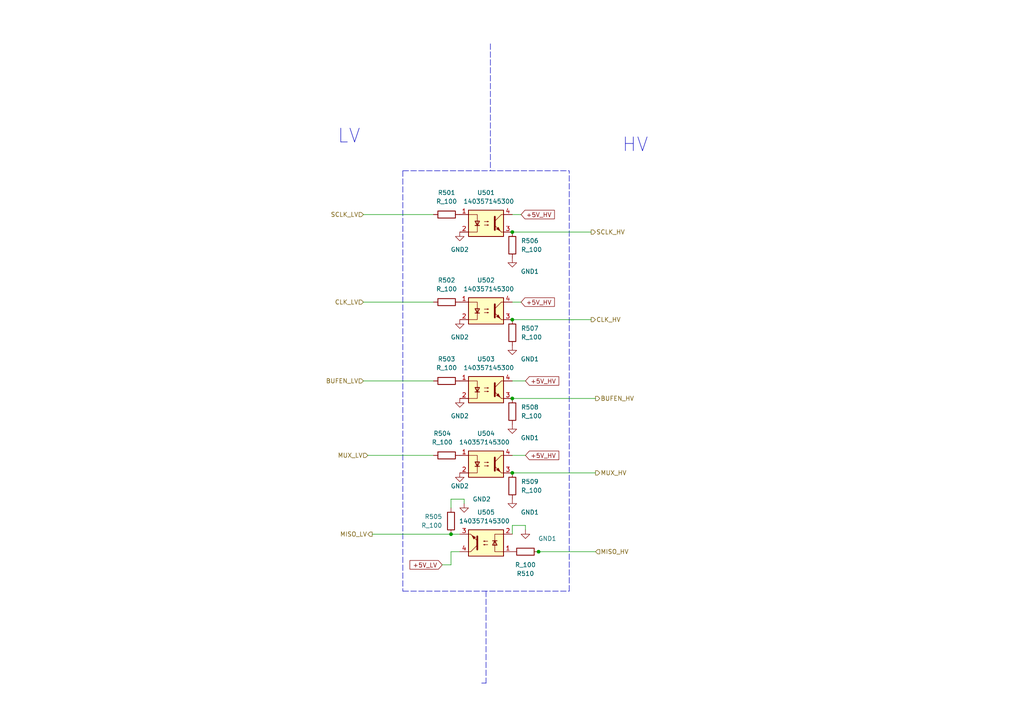
<source format=kicad_sch>
(kicad_sch (version 20211123) (generator eeschema)
  (paper "A4")
  (lib_symbols
    (symbol "GND2_1" (power) (pin_names (offset 0))
      (property "Value" "GND2_1" (at 0 -5.08 0))
      (symbol "GND2_1_0_1"
        (polyline (pts (xy 0 0) (xy 0 -1.27) (xy 1.27 -1.27) (xy 0 -2.54) (xy -1.27 -1.27) (xy 0 -1.27)))
      )
      (symbol "GND2_1_1_1"
        (pin power_in line (at 0 0 270) (length 0) hide (name "GND2") (number "1"))
      )
    )
    (symbol "OEM:140357145300 "
      (property "Reference" "U" (at -5.08 5.08 0))
      (property "Value" "140357145300 " (at 0 5.08 0))
      (symbol "140357145300 _0_1"
        (rectangle (start -5.08 3.81) (end 5.08 -3.81) (stroke (width 0.254)) (fill (type background)))
        (polyline (pts (xy -3.175 -0.635) (xy -1.905 -0.635)) (stroke (width 0.254)))
        (polyline (pts (xy 2.54 0.635) (xy 4.445 2.54)))
        (polyline (pts (xy 4.445 -2.54) (xy 2.54 -0.635)) (fill (type outline)))
        (polyline (pts (xy 4.445 -2.54) (xy 5.08 -2.54)))
        (polyline (pts (xy 4.445 2.54) (xy 5.08 2.54)))
        (polyline (pts (xy -5.08 2.54) (xy -2.54 2.54) (xy -2.54 -0.635)))
        (polyline (pts (xy -2.54 -0.635) (xy -2.54 -2.54) (xy -5.08 -2.54)))
        (polyline (pts (xy 2.54 1.905) (xy 2.54 -1.905) (xy 2.54 -1.905)) (stroke (width 0.508)))
        (polyline (pts (xy -2.54 -0.635) (xy -3.175 0.635) (xy -1.905 0.635) (xy -2.54 -0.635)) (stroke (width 0.254)))
        (polyline (pts (xy -0.508 -0.508) (xy 0.762 -0.508) (xy 0.381 -0.635) (xy 0.381 -0.381) (xy 0.762 -0.508)))
        (polyline (pts (xy -0.508 0.508) (xy 0.762 0.508) (xy 0.381 0.381) (xy 0.381 0.635) (xy 0.762 0.508)))
        (polyline (pts (xy 3.048 -1.651) (xy 3.556 -1.143) (xy 4.064 -2.159) (xy 3.048 -1.651) (xy 3.048 -1.651)) (fill (type outline)))
      )
      (symbol "140357145300 _1_1"
        (pin passive line (at -7.62 2.54 0) (length 2.54) (name "~") (number "1"))
        (pin passive line (at -7.62 -2.54 0) (length 2.54) (name "~") (number "2"))
        (pin passive line (at 7.62 -2.54 180) (length 2.54) (name "~") (number "3"))
        (pin passive line (at 7.62 2.54 180) (length 2.54) (name "~") (number "4"))
      )
    )
    (symbol "formula:R_100" (pin_numbers hide) (pin_names (offset 0))
      (property "Reference" "R" (at 2.032 0 90))
      (property "Value" "R_100" (at -2.54 0 90))
      (symbol "R_100_0_1"
        (rectangle (start -1.016 -2.54) (end 1.016 2.54) (stroke (width 0.254)))
      )
      (symbol "R_100_1_1"
        (pin passive line (at 0 3.81 270) (length 1.27) (name "~") (number "1"))
        (pin passive line (at 0 -3.81 90) (length 1.27) (name "~") (number "2"))
      )
    )
    (symbol "power:GND1" (power) (pin_names (offset 0))
      (property "Value" "GND1" (at 0 -3.81 0))
      (symbol "GND1_0_1"
        (polyline (pts (xy 0 0) (xy 0 -1.27) (xy 1.27 -1.27) (xy 0 -2.54) (xy -1.27 -1.27) (xy 0 -1.27)))
      )
      (symbol "GND1_1_1"
        (pin power_in line (at 0 0 270) (length 0) hide (name "GND1") (number "1"))
      )
    )
  )
  (junction (at 148.59 115.57))
  (junction (at 156.21 160.02))
  (junction (at 148.59 67.31))
  (junction (at 148.59 92.71))
  (junction (at 148.59 137.16))
  (junction (at 130.81 154.94))
  (wire (pts (xy 148.59 152.4) (xy 152.4 152.4)))
  (polyline (pts (xy 140.97 171.45) (xy 140.97 198.12)))
  (wire (pts (xy 130.81 163.83) (xy 130.81 160.02)))
  (wire (pts (xy 106.68 132.08) (xy 125.73 132.08)))
  (wire (pts (xy 105.41 62.23) (xy 125.73 62.23)))
  (wire (pts (xy 148.59 152.4) (xy 148.59 154.94)))
  (wire (pts (xy 172.72 160.02) (xy 156.21 160.02)))
  (polyline (pts (xy 165.1 171.45) (xy 165.1 49.53)))
  (wire (pts (xy 148.59 137.16) (xy 172.72 137.16)))
  (wire (pts (xy 130.81 147.32) (xy 130.81 144.78)))
  (wire (pts (xy 148.59 62.23) (xy 151.13 62.23)))
  (wire (pts (xy 152.4 152.4) (xy 152.4 153.67)))
  (wire (pts (xy 148.59 87.63) (xy 151.13 87.63)))
  (wire (pts (xy 134.62 144.78) (xy 134.62 146.05)))
  (polyline (pts (xy 142.24 12.7) (xy 142.24 49.53)))
  (wire (pts (xy 148.59 92.71) (xy 171.45 92.71)))
  (wire (pts (xy 130.81 144.78) (xy 134.62 144.78)))
  (wire (pts (xy 148.59 132.08) (xy 152.4 132.08)))
  (wire (pts (xy 148.59 110.49) (xy 152.4 110.49)))
  (wire (pts (xy 148.59 115.57) (xy 172.72 115.57)))
  (wire (pts (xy 156.21 160.02) (xy 154.94 160.02)))
  (wire (pts (xy 130.81 160.02) (xy 133.35 160.02)))
  (wire (pts (xy 107.95 154.94) (xy 130.81 154.94)))
  (polyline (pts (xy 116.84 49.53) (xy 116.84 171.45)))
  (wire (pts (xy 130.81 154.94) (xy 133.35 154.94)))
  (wire (pts (xy 105.41 110.49) (xy 125.73 110.49)))
  (polyline (pts (xy 116.84 171.45) (xy 165.1 171.45)))
  (wire (pts (xy 148.59 67.31) (xy 171.45 67.31)))
  (wire (pts (xy 105.41 87.63) (xy 125.73 87.63)))
  (polyline (pts (xy 139.7 198.12) (xy 140.97 198.12)))
  (polyline (pts (xy 116.84 49.53) (xy 165.1 49.53)))
  (wire (pts (xy 128.27 163.83) (xy 130.81 163.83)))
  (text "LV" (at 97.79 41.91 0) (effects (font (size 4 4)) (justify left bottom)))
  (text "HV" (at 180.34 44.45 0) (effects (font (size 4 4)) (justify left bottom)))
  (global_label "+5V_LV" (shape input) (at 128.27 163.83 180) (property "Intersheet References" "${INTERSHEET_REFS}" (effects hide)))
  (global_label "+5V_HV" (shape input) (at 151.13 62.23 0) (property "Intersheet References" "${INTERSHEET_REFS}" (effects hide)))
  (global_label "+5V_HV" (shape input) (at 151.13 87.63 0) (property "Intersheet References" "${INTERSHEET_REFS}" (effects hide)))
  (global_label "+5V_HV" (shape input) (at 152.4 132.08 0) (property "Intersheet References" "${INTERSHEET_REFS}" (effects hide)))
  (global_label "+5V_HV" (shape input) (at 152.4 110.49 0) (property "Intersheet References" "${INTERSHEET_REFS}" (effects hide)))
  (hierarchical_label "BUFEN_HV" (shape output) (at 172.72 115.57 0))
  (hierarchical_label "MISO_LV" (shape output) (at 107.95 154.94 180))
  (hierarchical_label "MUX_HV" (shape output) (at 172.72 137.16 0))
  (hierarchical_label "CLK_LV" (shape input) (at 105.41 87.63 180))
  (hierarchical_label "SCLK_LV" (shape input) (at 105.41 62.23 180))
  (hierarchical_label "MUX_LV" (shape input) (at 106.68 132.08 180))
  (hierarchical_label "BUFEN_LV" (shape input) (at 105.41 110.49 180))
  (hierarchical_label "CLK_HV" (shape output) (at 171.45 92.71 0))
  (hierarchical_label "MISO_HV" (shape input) (at 172.72 160.02 0))
  (hierarchical_label "SCLK_HV" (shape output) (at 171.45 67.31 0))
  (symbol (lib_id "formula:R_100") (at 148.59 71.12 0) (unit 1)
    (property "Reference" "R506" (at 151.13 69.8499 0) (effects (justify left)))
    (property "Value" "R_100" (at 151.13 72.3899 0) (effects (justify left)))
    (property "Footprint" "footprints:R_0603_1608Metric" (effects hide))
    (property "Datasheet" "https://www.seielect.com/Catalog/SEI-rncp.pdf" (effects hide))
    (property "MFN" "DK" (effects hide))
    (property "MPN" "RNCP0805FTD100RCT-ND" (effects hide))
    (property "PurchasingLink" "https://www.digikey.com/products/en?keywords=RNCP0805FTD100RCT-ND" (effects hide))
  )
  (symbol (lib_name "GND2_1") (lib_id "power:GND2") (at 133.35 137.16 0) (unit 1)
    (property "Reference" "#PWR?" (effects hide))
    (property "Value" "LV_GND" (at 133.35 140.97 0))
  )
  (symbol (lib_name "GND2_1") (lib_id "power:GND2") (at 133.35 67.31 0) (unit 1)
    (property "Reference" "#PWR?" (effects hide))
    (property "Value" "LV_GND" (at 133.35 72.39 0))
  )
  (symbol (lib_id "formula:R_100") (at 129.54 62.23 90) (unit 1)
    (property "Reference" "R501" (at 129.54 55.88 90))
    (property "Value" "R_100" (at 129.54 58.42 90))
    (property "Footprint" "footprints:R_0603_1608Metric" (effects hide))
    (property "Datasheet" "https://www.seielect.com/Catalog/SEI-rncp.pdf" (effects hide))
    (property "MFN" "DK" (effects hide))
    (property "MPN" "RNCP0805FTD100RCT-ND" (effects hide))
    (property "PurchasingLink" "https://www.digikey.com/products/en?keywords=RNCP0805FTD100RCT-ND" (effects hide))
  )
  (symbol (lib_id "formula:R_100") (at 148.59 140.97 0) (unit 1)
    (property "Reference" "R509" (at 151.13 139.7 0) (effects (justify left)))
    (property "Value" "R_100" (at 151.13 142.24 0) (effects (justify left)))
    (property "Footprint" "footprints:R_0603_1608Metric" (effects hide))
    (property "Datasheet" "https://www.seielect.com/Catalog/SEI-rncp.pdf" (effects hide))
    (property "MFN" "DK" (effects hide))
    (property "MPN" "RNCP0805FTD100RCT-ND" (effects hide))
    (property "PurchasingLink" "https://www.digikey.com/products/en?keywords=RNCP0805FTD100RCT-ND" (effects hide))
  )
  (symbol (lib_id "power:GND1") (at 152.4 153.67 0) (unit 1)
    (property "Reference" "#PWR?" (effects hide))
    (property "Value" "HV_GND" (at 158.75 156.21 0))
  )
  (symbol (lib_id "power:GND1") (at 148.59 144.78 0) (unit 1)
    (property "Reference" "#PWR?" (effects hide))
    (property "Value" "HV_GND" (at 153.67 148.59 0))
  )
  (symbol (lib_id "OEM:140357145300 ") (at 140.97 90.17 0) (unit 1)
    (property "Reference" "U502" (at 140.97 81.28 0))
    (property "Value" "140357145300 " (at 142.24 83.82 0))
    (property "Footprint" "footprints:140357145300" (effects hide))
    (property "Datasheet" "https://www.we-online.com/components/products/datasheet/140357145300.pdf" (effects hide))
  )
  (symbol (lib_id "formula:R_100") (at 129.54 87.63 90) (unit 1)
    (property "Reference" "R502" (at 129.54 81.28 90))
    (property "Value" "R_100" (at 129.54 83.82 90))
    (property "Footprint" "footprints:R_0603_1608Metric" (effects hide))
    (property "Datasheet" "https://www.seielect.com/Catalog/SEI-rncp.pdf" (effects hide))
    (property "MFN" "DK" (effects hide))
    (property "MPN" "RNCP0805FTD100RCT-ND" (effects hide))
    (property "PurchasingLink" "https://www.digikey.com/products/en?keywords=RNCP0805FTD100RCT-ND" (effects hide))
  )
  (symbol (lib_id "formula:R_100") (at 148.59 119.38 0) (unit 1)
    (property "Reference" "R508" (at 151.13 118.1099 0) (effects (justify left)))
    (property "Value" "R_100" (at 151.13 120.65 0) (effects (justify left)))
    (property "Footprint" "footprints:R_0603_1608Metric" (effects hide))
    (property "Datasheet" "https://www.seielect.com/Catalog/SEI-rncp.pdf" (effects hide))
    (property "MFN" "DK" (effects hide))
    (property "MPN" "RNCP0805FTD100RCT-ND" (effects hide))
    (property "PurchasingLink" "https://www.digikey.com/products/en?keywords=RNCP0805FTD100RCT-ND" (effects hide))
  )
  (symbol (lib_id "power:GND1") (at 148.59 123.19 0) (unit 1)
    (property "Reference" "#PWR?" (effects hide))
    (property "Value" "HV_GND" (at 153.67 127 0))
  )
  (symbol (lib_id "power:GND1") (at 148.59 74.93 0) (unit 1)
    (property "Reference" "#PWR?" (effects hide))
    (property "Value" "HV_GND" (at 153.67 78.74 0))
  )
  (symbol (lib_id "OEM:140357145300 ") (at 140.97 157.48 180) (unit 1)
    (property "Reference" "U505" (at 140.97 148.59 0))
    (property "Value" "140357145300 " (at 140.97 151.13 0))
    (property "Footprint" "footprints:140357145300" (effects hide))
    (property "Datasheet" "https://www.we-online.com/components/products/datasheet/140357145300.pdf" (effects hide))
  )
  (symbol (lib_id "OEM:140357145300 ") (at 140.97 134.62 0) (unit 1)
    (property "Reference" "U504" (at 140.97 125.73 0))
    (property "Value" "140357145300 " (at 140.97 128.27 0))
    (property "Footprint" "footprints:140357145300" (effects hide))
    (property "Datasheet" "https://www.we-online.com/components/products/datasheet/140357145300.pdf" (effects hide))
  )
  (symbol (lib_id "OEM:140357145300 ") (at 140.97 113.03 0) (unit 1)
    (property "Reference" "U503" (at 140.97 104.14 0))
    (property "Value" "140357145300 " (at 142.24 106.68 0))
    (property "Footprint" "footprints:140357145300" (effects hide))
    (property "Datasheet" "https://www.we-online.com/components/products/datasheet/140357145300.pdf" (effects hide))
  )
  (symbol (lib_id "formula:R_100") (at 148.59 96.52 0) (unit 1)
    (property "Reference" "R507" (at 151.13 95.2499 0) (effects (justify left)))
    (property "Value" "R_100" (at 151.13 97.7899 0) (effects (justify left)))
    (property "Footprint" "footprints:R_0603_1608Metric" (effects hide))
    (property "Datasheet" "https://www.seielect.com/Catalog/SEI-rncp.pdf" (effects hide))
    (property "MFN" "DK" (effects hide))
    (property "MPN" "RNCP0805FTD100RCT-ND" (effects hide))
    (property "PurchasingLink" "https://www.digikey.com/products/en?keywords=RNCP0805FTD100RCT-ND" (effects hide))
  )
  (symbol (lib_name "GND2_1") (lib_id "power:GND2") (at 133.35 92.71 0) (unit 1)
    (property "Reference" "#PWR?" (effects hide))
    (property "Value" "LV_GND" (at 133.35 97.79 0))
  )
  (symbol (lib_id "formula:R_100") (at 130.81 151.13 180) (unit 1)
    (property "Reference" "R505" (at 128.27 149.86 0) (effects (justify left)))
    (property "Value" "R_100" (at 128.27 152.4 0) (effects (justify left)))
    (property "Footprint" "footprints:R_0603_1608Metric" (effects hide))
    (property "Datasheet" "https://www.seielect.com/Catalog/SEI-rncp.pdf" (effects hide))
    (property "MFN" "DK" (effects hide))
    (property "MPN" "RNCP0805FTD100RCT-ND" (effects hide))
    (property "PurchasingLink" "https://www.digikey.com/products/en?keywords=RNCP0805FTD100RCT-ND" (effects hide))
  )
  (symbol (lib_id "formula:R_100") (at 152.4 160.02 270) (unit 1)
    (property "Reference" "R510" (at 152.4 166.37 90))
    (property "Value" "R_100" (at 152.4 163.83 90))
    (property "Footprint" "footprints:R_0603_1608Metric" (effects hide))
    (property "Datasheet" "https://www.seielect.com/Catalog/SEI-rncp.pdf" (effects hide))
    (property "MFN" "DK" (effects hide))
    (property "MPN" "RNCP0805FTD100RCT-ND" (effects hide))
    (property "PurchasingLink" "https://www.digikey.com/products/en?keywords=RNCP0805FTD100RCT-ND" (effects hide))
  )
  (symbol (lib_id "OEM:140357145300 ") (at 140.97 64.77 0) (unit 1)
    (property "Reference" "U501" (at 140.97 55.88 0))
    (property "Value" "140357145300 " (at 142.24 58.42 0))
    (property "Footprint" "footprints:140357145300" (effects hide))
    (property "Datasheet" "https://www.we-online.com/components/products/datasheet/140357145300.pdf" (effects hide))
  )
  (symbol (lib_id "formula:R_100") (at 129.54 110.49 90) (unit 1)
    (property "Reference" "R503" (at 129.54 104.14 90))
    (property "Value" "R_100" (at 129.54 106.68 90))
    (property "Footprint" "footprints:R_0603_1608Metric" (effects hide))
    (property "Datasheet" "https://www.seielect.com/Catalog/SEI-rncp.pdf" (effects hide))
    (property "MFN" "DK" (effects hide))
    (property "MPN" "RNCP0805FTD100RCT-ND" (effects hide))
    (property "PurchasingLink" "https://www.digikey.com/products/en?keywords=RNCP0805FTD100RCT-ND" (effects hide))
  )
  (symbol (lib_name "GND2_1") (lib_id "power:GND2") (at 134.62 146.05 0) (unit 1)
    (property "Reference" "#PWR?" (effects hide))
    (property "Value" "LV_GND" (at 139.7 144.78 0))
  )
  (symbol (lib_id "power:GND1") (at 148.59 100.33 0) (unit 1)
    (property "Reference" "#PWR?" (effects hide))
    (property "Value" "HV_GND" (at 153.67 104.14 0))
  )
  (symbol (lib_name "GND2_1") (lib_id "power:GND2") (at 133.35 115.57 0) (unit 1)
    (property "Reference" "#PWR?" (effects hide))
    (property "Value" "LV_GND" (at 133.35 120.65 0))
  )
  (symbol (lib_id "formula:R_100") (at 129.54 132.08 90) (unit 1)
    (property "Reference" "R504" (at 128.27 125.73 90))
    (property "Value" "R_100" (at 128.27 128.27 90))
    (property "Footprint" "footprints:R_0603_1608Metric" (effects hide))
    (property "Datasheet" "https://www.seielect.com/Catalog/SEI-rncp.pdf" (effects hide))
    (property "MFN" "DK" (effects hide))
    (property "MPN" "RNCP0805FTD100RCT-ND" (effects hide))
    (property "PurchasingLink" "https://www.digikey.com/products/en?keywords=RNCP0805FTD100RCT-ND" (effects hide))
  )
)
</source>
